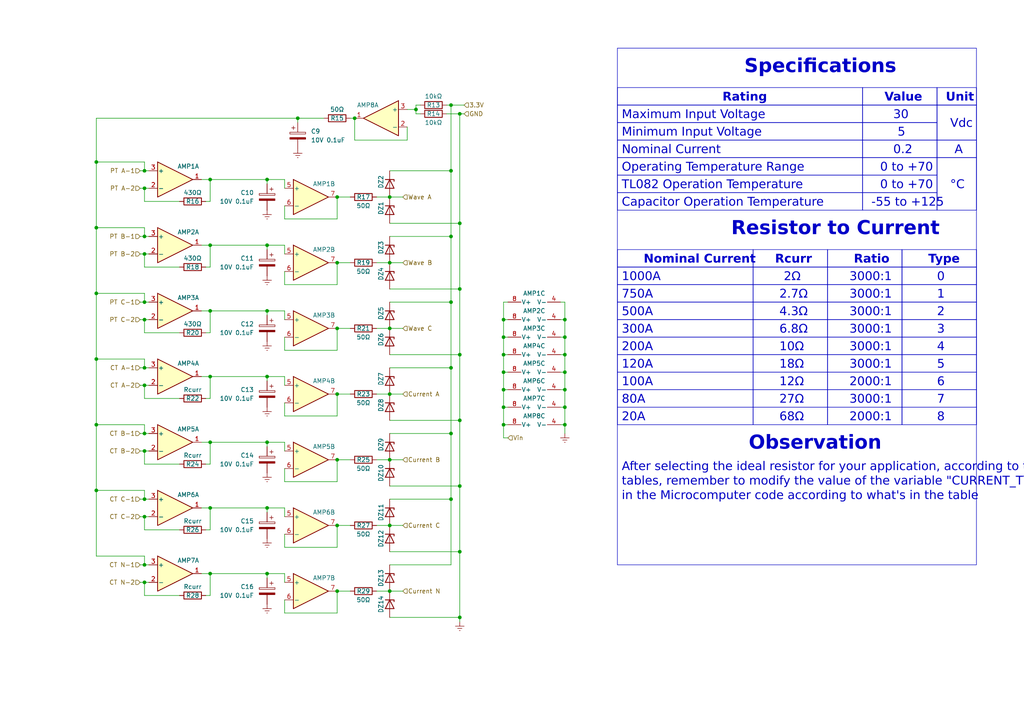
<source format=kicad_sch>
(kicad_sch (version 20230121) (generator eeschema)
  (paper "A4")
  (title_block (title "Signals Conditioning") (date "2024-09-27") (rev "1.0") (company "Lucas Rayan Guerra da Silva") (comment 1 "linkedin.com/in/lucasrguerra") (comment 2 "github.com/lucasrguerra/power_vision"))
  (lib_symbols
    (symbol "Amplifier_Operational:TL082" (pin_names (offset 0.127))
      (property "Reference" "U" (at 0 5.08 0))
      (property "Value" "TL082" (at 0 -5.08 0))
      (symbol "TL082_1_1"
        (polyline (pts (xy -5.08 5.08) (xy 5.08 0) (xy -5.08 -5.08) (xy -5.08 5.08)) (stroke (width 0.254)) (fill (type background)))
        (pin output line (at 7.62 0 180) (length 2.54) (name "~") (number "1"))
        (pin input line (at -7.62 -2.54 0) (length 2.54) (name "-") (number "2"))
        (pin input line (at -7.62 2.54 0) (length 2.54) (name "+") (number "3"))
      )
      (symbol "TL082_2_1"
        (polyline (pts (xy -5.08 5.08) (xy 5.08 0) (xy -5.08 -5.08) (xy -5.08 5.08)) (stroke (width 0.254)) (fill (type background)))
        (pin input line (at -7.62 2.54 0) (length 2.54) (name "+") (number "5"))
        (pin input line (at -7.62 -2.54 0) (length 2.54) (name "-") (number "6"))
        (pin output line (at 7.62 0 180) (length 2.54) (name "~") (number "7"))
      )
      (symbol "TL082_3_1"
        (pin power_in line (at -2.54 -7.62 90) (length 3.81) (name "V-") (number "4"))
        (pin power_in line (at -2.54 7.62 270) (length 3.81) (name "V+") (number "8"))
      )
    )
    (symbol "Device:C_Polarized" (pin_numbers hide) (pin_names (offset 0.254))
      (property "Reference" "C" (at 0.635 2.54 0))
      (property "Value" "C_Polarized" (at 0.635 -2.54 0))
      (symbol "C_Polarized_0_1"
        (rectangle (start -2.286 0.508) (end 2.286 1.016))
        (polyline (pts (xy -1.778 2.286) (xy -0.762 2.286)))
        (polyline (pts (xy -1.27 2.794) (xy -1.27 1.778)))
        (rectangle (start 2.286 -0.508) (end -2.286 -1.016) (fill (type outline)))
      )
      (symbol "C_Polarized_1_1"
        (pin passive line (at 0 3.81 270) (length 2.794) (name "~") (number "1"))
        (pin passive line (at 0 -3.81 90) (length 2.794) (name "~") (number "2"))
      )
    )
    (symbol "Device:D_Zener" (pin_numbers hide) (pin_names (offset 1.016) hide)
      (property "Reference" "D" (at 0 2.54 0))
      (property "Value" "D_Zener" (at 0 -2.54 0))
      (symbol "D_Zener_0_1"
        (polyline (pts (xy 1.27 0) (xy -1.27 0)))
        (polyline (pts (xy -1.27 -1.27) (xy -1.27 1.27) (xy -0.762 1.27)) (stroke (width 0.254)))
        (polyline (pts (xy 1.27 -1.27) (xy 1.27 1.27) (xy -1.27 0) (xy 1.27 -1.27)) (stroke (width 0.254)))
      )
      (symbol "D_Zener_1_1"
        (pin passive line (at -3.81 0 0) (length 2.54) (name "K") (number "1"))
        (pin passive line (at 3.81 0 180) (length 2.54) (name "A") (number "2"))
      )
    )
    (symbol "Device:R" (pin_numbers hide) (pin_names (offset 0))
      (property "Reference" "R" (at 2.032 0 90))
      (property "Value" "R" (at 0 0 90))
      (symbol "R_0_1"
        (rectangle (start -1.016 -2.54) (end 1.016 2.54) (stroke (width 0.254)))
      )
      (symbol "R_1_1"
        (pin passive line (at 0 3.81 270) (length 1.27) (name "~") (number "1"))
        (pin passive line (at 0 -3.81 90) (length 1.27) (name "~") (number "2"))
      )
    )
    (symbol "power:Earth" (power) (pin_names (offset 0))
      (symbol "Earth_0_1"
        (polyline (pts (xy -0.635 -1.905) (xy 0.635 -1.905)))
        (polyline (pts (xy -0.127 -2.54) (xy 0.127 -2.54)))
        (polyline (pts (xy 0 -1.27) (xy 0 0)))
        (polyline (pts (xy 1.27 -1.27) (xy -1.27 -1.27)))
      )
      (symbol "Earth_1_1"
        (pin power_in line (at 0 0 270) (length 0) hide (name "Earth") (number "1"))
      )
    )
  )
  (junction (at 77.47 71.12))
  (junction (at 130.81 144.78))
  (junction (at 130.81 68.58))
  (junction (at 27.94 123.19))
  (junction (at 60.96 128.27))
  (junction (at 77.47 147.32))
  (junction (at 41.91 92.71))
  (junction (at 163.83 123.19))
  (junction (at 41.91 125.73))
  (junction (at 41.91 68.58))
  (junction (at 130.81 125.73))
  (junction (at 41.91 130.81))
  (junction (at 113.03 133.35))
  (junction (at 146.05 102.87))
  (junction (at 97.79 133.35))
  (junction (at 163.83 107.95))
  (junction (at 146.05 97.79))
  (junction (at 133.35 160.02))
  (junction (at 27.94 46.99))
  (junction (at 41.91 149.86))
  (junction (at 60.96 90.17))
  (junction (at 77.47 166.37))
  (junction (at 41.91 87.63))
  (junction (at 133.35 102.87))
  (junction (at 133.35 64.77))
  (junction (at 113.03 76.2))
  (junction (at 133.35 33.02))
  (junction (at 133.35 121.92))
  (junction (at 41.91 106.68))
  (junction (at 77.47 52.07))
  (junction (at 146.05 92.71))
  (junction (at 41.91 168.91))
  (junction (at 97.79 152.4))
  (junction (at 60.96 71.12))
  (junction (at 146.05 123.19))
  (junction (at 27.94 142.24))
  (junction (at 163.83 97.79))
  (junction (at 113.03 171.45))
  (junction (at 60.96 52.07))
  (junction (at 130.81 49.53))
  (junction (at 146.05 113.03))
  (junction (at 97.79 114.3))
  (junction (at 130.81 87.63))
  (junction (at 97.79 171.45))
  (junction (at 130.81 30.48))
  (junction (at 41.91 49.53))
  (junction (at 163.83 102.87))
  (junction (at 120.65 31.75))
  (junction (at 41.91 144.78))
  (junction (at 113.03 114.3))
  (junction (at 77.47 90.17))
  (junction (at 77.47 128.27))
  (junction (at 113.03 152.4))
  (junction (at 27.94 66.04))
  (junction (at 133.35 140.97))
  (junction (at 163.83 118.11))
  (junction (at 133.35 83.82))
  (junction (at 146.05 118.11))
  (junction (at 27.94 104.14))
  (junction (at 146.05 107.95))
  (junction (at 163.83 113.03))
  (junction (at 60.96 109.22))
  (junction (at 27.94 85.09))
  (junction (at 86.36 34.29))
  (junction (at 113.03 57.15))
  (junction (at 41.91 163.83))
  (junction (at 97.79 95.25))
  (junction (at 41.91 73.66))
  (junction (at 97.79 76.2))
  (junction (at 133.35 179.07))
  (junction (at 163.83 92.71))
  (junction (at 41.91 54.61))
  (junction (at 102.87 34.29))
  (junction (at 130.81 106.68))
  (junction (at 77.47 109.22))
  (junction (at 97.79 57.15))
  (junction (at 60.96 166.37))
  (junction (at 113.03 95.25))
  (junction (at 60.96 147.32))
  (junction (at 41.91 111.76))
  (wire (pts (xy 52.07 172.72) (xy 41.91 172.72)))
  (wire (pts (xy 41.91 77.47) (xy 41.91 73.66)))
  (wire (pts (xy 82.55 101.6) (xy 97.79 101.6)))
  (wire (pts (xy 113.03 102.87) (xy 133.35 102.87)))
  (wire (pts (xy 60.96 166.37) (xy 77.47 166.37)))
  (wire (pts (xy 113.03 83.82) (xy 133.35 83.82)))
  (wire (pts (xy 113.03 106.68) (xy 130.81 106.68)))
  (wire (pts (xy 41.91 85.09) (xy 27.94 85.09)))
  (wire (pts (xy 113.03 133.35) (xy 109.22 133.35)))
  (wire (pts (xy 146.05 107.95) (xy 146.05 113.03)))
  (wire (pts (xy 60.96 96.52) (xy 59.69 96.52)))
  (wire (pts (xy 116.84 57.15) (xy 113.03 57.15)))
  (wire (pts (xy 120.65 30.48) (xy 120.65 31.75)))
  (wire (pts (xy 27.94 142.24) (xy 27.94 123.19)))
  (wire (pts (xy 120.65 33.02) (xy 120.65 31.75)))
  (wire (pts (xy 60.96 109.22) (xy 58.42 109.22)))
  (wire (pts (xy 147.32 97.79) (xy 146.05 97.79)))
  (wire (pts (xy 162.56 118.11) (xy 163.83 118.11)))
  (wire (pts (xy 41.91 73.66) (xy 43.18 73.66)))
  (wire (pts (xy 97.79 133.35) (xy 101.6 133.35)))
  (wire (pts (xy 113.03 87.63) (xy 130.81 87.63)))
  (wire (pts (xy 133.35 140.97) (xy 133.35 160.02)))
  (wire (pts (xy 77.47 109.22) (xy 82.55 109.22)))
  (wire (pts (xy 41.91 168.91) (xy 43.18 168.91)))
  (wire (pts (xy 97.79 57.15) (xy 97.79 63.5)))
  (wire (pts (xy 77.47 90.17) (xy 82.55 90.17)))
  (wire (pts (xy 60.96 166.37) (xy 58.42 166.37)))
  (wire (pts (xy 60.96 90.17) (xy 77.47 90.17)))
  (wire (pts (xy 60.96 52.07) (xy 77.47 52.07)))
  (wire (pts (xy 40.64 87.63) (xy 41.91 87.63)))
  (wire (pts (xy 41.91 163.83) (xy 41.91 161.29)))
  (wire (pts (xy 82.55 177.8) (xy 97.79 177.8)))
  (wire (pts (xy 77.47 147.32) (xy 82.55 147.32)))
  (wire (pts (xy 113.03 114.3) (xy 109.22 114.3)))
  (wire (pts (xy 146.05 113.03) (xy 147.32 113.03)))
  (wire (pts (xy 130.81 144.78) (xy 130.81 125.73)))
  (wire (pts (xy 41.91 49.53) (xy 41.91 46.99)))
  (wire (pts (xy 97.79 133.35) (xy 97.79 139.7)))
  (wire (pts (xy 133.35 160.02) (xy 133.35 179.07)))
  (wire (pts (xy 60.96 58.42) (xy 59.69 58.42)))
  (wire (pts (xy 113.03 144.78) (xy 130.81 144.78)))
  (wire (pts (xy 147.32 102.87) (xy 146.05 102.87)))
  (wire (pts (xy 102.87 34.29) (xy 101.6 34.29)))
  (wire (pts (xy 52.07 77.47) (xy 41.91 77.47)))
  (wire (pts (xy 60.96 109.22) (xy 60.96 115.57)))
  (wire (pts (xy 41.91 125.73) (xy 41.91 123.19)))
  (wire (pts (xy 162.56 113.03) (xy 163.83 113.03)))
  (wire (pts (xy 163.83 92.71) (xy 162.56 92.71)))
  (wire (pts (xy 113.03 64.77) (xy 133.35 64.77)))
  (wire (pts (xy 82.55 147.32) (xy 82.55 149.86)))
  (wire (pts (xy 40.64 54.61) (xy 41.91 54.61)))
  (wire (pts (xy 97.79 152.4) (xy 101.6 152.4)))
  (wire (pts (xy 77.47 147.32) (xy 77.47 148.59)))
  (wire (pts (xy 41.91 54.61) (xy 43.18 54.61)))
  (wire (pts (xy 116.84 76.2) (xy 113.03 76.2)))
  (wire (pts (xy 163.83 118.11) (xy 163.83 123.19)))
  (wire (pts (xy 27.94 123.19) (xy 27.94 104.14)))
  (wire (pts (xy 41.91 144.78) (xy 43.18 144.78)))
  (wire (pts (xy 146.05 118.11) (xy 147.32 118.11)))
  (wire (pts (xy 113.03 179.07) (xy 133.35 179.07)))
  (wire (pts (xy 41.91 134.62) (xy 41.91 130.81)))
  (wire (pts (xy 41.91 125.73) (xy 43.18 125.73)))
  (wire (pts (xy 40.64 130.81) (xy 41.91 130.81)))
  (wire (pts (xy 163.83 107.95) (xy 163.83 102.87)))
  (wire (pts (xy 41.91 144.78) (xy 41.91 142.24)))
  (wire (pts (xy 40.64 144.78) (xy 41.91 144.78)))
  (wire (pts (xy 97.79 171.45) (xy 101.6 171.45)))
  (wire (pts (xy 113.03 76.2) (xy 109.22 76.2)))
  (wire (pts (xy 60.96 71.12) (xy 58.42 71.12)))
  (wire (pts (xy 118.11 36.83) (xy 118.11 40.64)))
  (wire (pts (xy 52.07 96.52) (xy 41.91 96.52)))
  (wire (pts (xy 77.47 90.17) (xy 77.47 91.44)))
  (wire (pts (xy 163.83 107.95) (xy 163.83 113.03)))
  (wire (pts (xy 41.91 163.83) (xy 43.18 163.83)))
  (wire (pts (xy 41.91 115.57) (xy 41.91 111.76)))
  (wire (pts (xy 82.55 139.7) (xy 97.79 139.7)))
  (wire (pts (xy 40.64 168.91) (xy 41.91 168.91)))
  (wire (pts (xy 82.55 63.5) (xy 97.79 63.5)))
  (wire (pts (xy 82.55 78.74) (xy 82.55 82.55)))
  (wire (pts (xy 102.87 40.64) (xy 102.87 34.29)))
  (wire (pts (xy 41.91 142.24) (xy 27.94 142.24)))
  (wire (pts (xy 60.96 134.62) (xy 59.69 134.62)))
  (wire (pts (xy 163.83 113.03) (xy 163.83 118.11)))
  (wire (pts (xy 113.03 95.25) (xy 116.84 95.25)))
  (wire (pts (xy 60.96 52.07) (xy 58.42 52.07)))
  (wire (pts (xy 77.47 52.07) (xy 77.47 53.34)))
  (wire (pts (xy 82.55 173.99) (xy 82.55 177.8)))
  (wire (pts (xy 121.92 33.02) (xy 120.65 33.02)))
  (wire (pts (xy 82.55 109.22) (xy 82.55 111.76)))
  (wire (pts (xy 41.91 68.58) (xy 41.91 66.04)))
  (wire (pts (xy 60.96 128.27) (xy 77.47 128.27)))
  (wire (pts (xy 41.91 87.63) (xy 43.18 87.63)))
  (wire (pts (xy 77.47 166.37) (xy 77.47 167.64)))
  (wire (pts (xy 113.03 171.45) (xy 109.22 171.45)))
  (wire (pts (xy 82.55 120.65) (xy 97.79 120.65)))
  (wire (pts (xy 60.96 153.67) (xy 59.69 153.67)))
  (wire (pts (xy 52.07 134.62) (xy 41.91 134.62)))
  (wire (pts (xy 130.81 30.48) (xy 134.62 30.48)))
  (wire (pts (xy 40.64 125.73) (xy 41.91 125.73)))
  (wire (pts (xy 86.36 34.29) (xy 86.36 35.56)))
  (wire (pts (xy 130.81 30.48) (xy 129.54 30.48)))
  (wire (pts (xy 146.05 118.11) (xy 146.05 123.19)))
  (wire (pts (xy 97.79 57.15) (xy 101.6 57.15)))
  (wire (pts (xy 97.79 76.2) (xy 101.6 76.2)))
  (wire (pts (xy 41.91 106.68) (xy 41.91 104.14)))
  (wire (pts (xy 52.07 153.67) (xy 41.91 153.67)))
  (wire (pts (xy 130.81 106.68) (xy 130.81 87.63)))
  (wire (pts (xy 120.65 31.75) (xy 118.11 31.75)))
  (wire (pts (xy 40.64 106.68) (xy 41.91 106.68)))
  (wire (pts (xy 27.94 34.29) (xy 27.94 46.99)))
  (wire (pts (xy 147.32 107.95) (xy 146.05 107.95)))
  (wire (pts (xy 27.94 46.99) (xy 27.94 66.04)))
  (wire (pts (xy 82.55 59.69) (xy 82.55 63.5)))
  (wire (pts (xy 41.91 104.14) (xy 27.94 104.14)))
  (wire (pts (xy 163.83 97.79) (xy 162.56 97.79)))
  (wire (pts (xy 133.35 33.02) (xy 133.35 64.77)))
  (wire (pts (xy 40.64 49.53) (xy 41.91 49.53)))
  (wire (pts (xy 60.96 128.27) (xy 58.42 128.27)))
  (wire (pts (xy 41.91 96.52) (xy 41.91 92.71)))
  (wire (pts (xy 77.47 128.27) (xy 77.47 129.54)))
  (wire (pts (xy 97.79 114.3) (xy 101.6 114.3)))
  (wire (pts (xy 133.35 102.87) (xy 133.35 121.92)))
  (wire (pts (xy 27.94 85.09) (xy 27.94 104.14)))
  (wire (pts (xy 41.91 49.53) (xy 43.18 49.53)))
  (wire (pts (xy 86.36 34.29) (xy 27.94 34.29)))
  (wire (pts (xy 162.56 123.19) (xy 163.83 123.19)))
  (wire (pts (xy 60.96 147.32) (xy 58.42 147.32)))
  (wire (pts (xy 113.03 68.58) (xy 130.81 68.58)))
  (wire (pts (xy 113.03 133.35) (xy 116.84 133.35)))
  (wire (pts (xy 41.91 106.68) (xy 43.18 106.68)))
  (wire (pts (xy 82.55 128.27) (xy 82.55 130.81)))
  (wire (pts (xy 130.81 163.83) (xy 130.81 144.78)))
  (wire (pts (xy 97.79 152.4) (xy 97.79 158.75)))
  (wire (pts (xy 60.96 90.17) (xy 60.96 96.52)))
  (wire (pts (xy 82.55 90.17) (xy 82.55 92.71)))
  (wire (pts (xy 113.03 140.97) (xy 133.35 140.97)))
  (wire (pts (xy 146.05 92.71) (xy 146.05 97.79)))
  (wire (pts (xy 133.35 121.92) (xy 133.35 140.97)))
  (wire (pts (xy 41.91 149.86) (xy 43.18 149.86)))
  (wire (pts (xy 60.96 128.27) (xy 60.96 134.62)))
  (wire (pts (xy 146.05 123.19) (xy 147.32 123.19)))
  (wire (pts (xy 60.96 71.12) (xy 77.47 71.12)))
  (wire (pts (xy 97.79 76.2) (xy 97.79 82.55)))
  (wire (pts (xy 82.55 158.75) (xy 97.79 158.75)))
  (wire (pts (xy 82.55 116.84) (xy 82.55 120.65)))
  (wire (pts (xy 113.03 57.15) (xy 109.22 57.15)))
  (wire (pts (xy 163.83 92.71) (xy 163.83 97.79)))
  (wire (pts (xy 113.03 125.73) (xy 130.81 125.73)))
  (wire (pts (xy 77.47 109.22) (xy 77.47 110.49)))
  (wire (pts (xy 41.91 68.58) (xy 43.18 68.58)))
  (wire (pts (xy 163.83 102.87) (xy 162.56 102.87)))
  (wire (pts (xy 41.91 130.81) (xy 43.18 130.81)))
  (wire (pts (xy 77.47 52.07) (xy 82.55 52.07)))
  (wire (pts (xy 97.79 95.25) (xy 97.79 101.6)))
  (wire (pts (xy 118.11 40.64) (xy 102.87 40.64)))
  (wire (pts (xy 116.84 114.3) (xy 113.03 114.3)))
  (wire (pts (xy 60.96 115.57) (xy 59.69 115.57)))
  (wire (pts (xy 146.05 102.87) (xy 146.05 107.95)))
  (wire (pts (xy 113.03 160.02) (xy 133.35 160.02)))
  (wire (pts (xy 41.91 66.04) (xy 27.94 66.04)))
  (wire (pts (xy 41.91 87.63) (xy 41.91 85.09)))
  (wire (pts (xy 41.91 153.67) (xy 41.91 149.86)))
  (wire (pts (xy 60.96 90.17) (xy 58.42 90.17)))
  (wire (pts (xy 113.03 121.92) (xy 133.35 121.92)))
  (wire (pts (xy 133.35 179.07) (xy 133.35 180.34)))
  (wire (pts (xy 40.64 149.86) (xy 41.91 149.86)))
  (wire (pts (xy 82.55 166.37) (xy 82.55 168.91)))
  (wire (pts (xy 129.54 33.02) (xy 133.35 33.02)))
  (wire (pts (xy 27.94 161.29) (xy 27.94 142.24)))
  (wire (pts (xy 146.05 97.79) (xy 146.05 102.87)))
  (wire (pts (xy 163.83 87.63) (xy 162.56 87.63)))
  (wire (pts (xy 60.96 147.32) (xy 60.96 153.67)))
  (wire (pts (xy 40.64 163.83) (xy 41.91 163.83)))
  (wire (pts (xy 41.91 161.29) (xy 27.94 161.29)))
  (wire (pts (xy 52.07 58.42) (xy 41.91 58.42)))
  (wire (pts (xy 146.05 87.63) (xy 146.05 92.71)))
  (wire (pts (xy 116.84 171.45) (xy 113.03 171.45)))
  (wire (pts (xy 40.64 73.66) (xy 41.91 73.66)))
  (wire (pts (xy 60.96 77.47) (xy 59.69 77.47)))
  (wire (pts (xy 60.96 147.32) (xy 77.47 147.32)))
  (wire (pts (xy 133.35 64.77) (xy 133.35 83.82)))
  (wire (pts (xy 113.03 152.4) (xy 109.22 152.4)))
  (wire (pts (xy 40.64 92.71) (xy 41.91 92.71)))
  (wire (pts (xy 113.03 163.83) (xy 130.81 163.83)))
  (wire (pts (xy 40.64 68.58) (xy 41.91 68.58)))
  (wire (pts (xy 163.83 87.63) (xy 163.83 92.71)))
  (wire (pts (xy 60.96 172.72) (xy 59.69 172.72)))
  (wire (pts (xy 146.05 127) (xy 146.05 123.19)))
  (wire (pts (xy 82.55 82.55) (xy 97.79 82.55)))
  (wire (pts (xy 163.83 97.79) (xy 163.83 102.87)))
  (wire (pts (xy 77.47 71.12) (xy 82.55 71.12)))
  (wire (pts (xy 60.96 71.12) (xy 60.96 77.47)))
  (wire (pts (xy 93.98 34.29) (xy 86.36 34.29)))
  (wire (pts (xy 134.62 33.02) (xy 133.35 33.02)))
  (wire (pts (xy 41.91 92.71) (xy 43.18 92.71)))
  (wire (pts (xy 77.47 71.12) (xy 77.47 72.39)))
  (wire (pts (xy 41.91 172.72) (xy 41.91 168.91)))
  (wire (pts (xy 41.91 111.76) (xy 43.18 111.76)))
  (wire (pts (xy 41.91 123.19) (xy 27.94 123.19)))
  (wire (pts (xy 121.92 30.48) (xy 120.65 30.48)))
  (wire (pts (xy 82.55 71.12) (xy 82.55 73.66)))
  (wire (pts (xy 77.47 166.37) (xy 82.55 166.37)))
  (wire (pts (xy 52.07 115.57) (xy 41.91 115.57)))
  (wire (pts (xy 147.32 87.63) (xy 146.05 87.63)))
  (wire (pts (xy 41.91 58.42) (xy 41.91 54.61)))
  (wire (pts (xy 60.96 109.22) (xy 77.47 109.22)))
  (wire (pts (xy 130.81 68.58) (xy 130.81 49.53)))
  (wire (pts (xy 147.32 92.71) (xy 146.05 92.71)))
  (wire (pts (xy 82.55 97.79) (xy 82.55 101.6)))
  (wire (pts (xy 109.22 95.25) (xy 113.03 95.25)))
  (wire (pts (xy 82.55 135.89) (xy 82.55 139.7)))
  (wire (pts (xy 97.79 114.3) (xy 97.79 120.65)))
  (wire (pts (xy 60.96 166.37) (xy 60.96 172.72)))
  (wire (pts (xy 130.81 30.48) (xy 130.81 49.53)))
  (wire (pts (xy 147.32 127) (xy 146.05 127)))
  (wire (pts (xy 97.79 95.25) (xy 101.6 95.25)))
  (wire (pts (xy 130.81 49.53) (xy 113.03 49.53)))
  (wire (pts (xy 60.96 52.07) (xy 60.96 58.42)))
  (wire (pts (xy 163.83 123.19) (xy 163.83 125.73)))
  (wire (pts (xy 113.03 152.4) (xy 116.84 152.4)))
  (wire (pts (xy 130.81 87.63) (xy 130.81 68.58)))
  (wire (pts (xy 27.94 85.09) (xy 27.94 66.04)))
  (wire (pts (xy 27.94 46.99) (xy 41.91 46.99)))
  (wire (pts (xy 146.05 113.03) (xy 146.05 118.11)))
  (wire (pts (xy 40.64 111.76) (xy 41.91 111.76)))
  (wire (pts (xy 82.55 52.07) (xy 82.55 54.61)))
  (wire (pts (xy 130.81 125.73) (xy 130.81 106.68)))
  (wire (pts (xy 162.56 107.95) (xy 163.83 107.95)))
  (wire (pts (xy 133.35 83.82) (xy 133.35 102.87)))
  (wire (pts (xy 97.79 171.45) (xy 97.79 177.8)))
  (wire (pts (xy 77.47 128.27) (xy 82.55 128.27)))
  (wire (pts (xy 82.55 154.94) (xy 82.55 158.75)))
  (rectangle (start 179.07 77.47) (end 218.44 82.55))
  (rectangle (start 240.03 87.63) (end 261.62 92.71))
  (rectangle (start 240.03 102.87) (end 261.62 107.95))
  (rectangle (start 179.07 97.79) (end 218.44 102.87))
  (rectangle (start 218.44 107.95) (end 240.03 113.03))
  (rectangle (start 179.07 13.97) (end 283.21 163.83))
  (rectangle (start 240.03 72.39) (end 261.62 77.47))
  (rectangle (start 261.62 82.55) (end 283.21 87.63))
  (rectangle (start 179.07 107.95) (end 218.44 113.03))
  (rectangle (start 261.62 97.79) (end 283.21 102.87))
  (rectangle (start 250.19 40.64) (end 271.78 45.72))
  (rectangle (start 250.19 35.56) (end 271.78 40.64))
  (rectangle (start 250.19 55.88) (end 271.78 60.96))
  (rectangle (start 271.78 40.64) (end 283.21 45.72))
  (rectangle (start 240.03 77.47) (end 261.62 82.55))
  (rectangle (start 250.19 30.48) (end 271.78 35.56))
  (rectangle (start 218.44 72.39) (end 240.03 77.47))
  (rectangle (start 261.62 107.95) (end 283.21 113.03))
  (rectangle (start 179.07 113.03) (end 218.44 118.11))
  (rectangle (start 271.78 45.72) (end 283.21 60.96))
  (rectangle (start 240.03 118.11) (end 261.62 123.19))
  (rectangle (start 261.62 102.87) (end 283.21 107.95))
  (rectangle (start 218.44 92.71) (end 240.03 97.79))
  (rectangle (start 218.44 82.55) (end 240.03 87.63))
  (rectangle (start 261.62 87.63) (end 283.21 92.71))
  (rectangle (start 179.07 87.63) (end 218.44 92.71))
  (rectangle (start 218.44 113.03) (end 240.03 118.11))
  (rectangle (start 250.19 25.4) (end 271.78 30.48))
  (rectangle (start 179.07 25.4) (end 250.19 30.48))
  (rectangle (start 218.44 77.47) (end 240.03 82.55))
  (rectangle (start 179.07 92.71) (end 218.44 97.79))
  (rectangle (start 250.19 45.72) (end 271.78 50.8))
  (rectangle (start 179.07 35.56) (end 250.19 40.64))
  (rectangle (start 261.62 113.03) (end 283.21 118.11))
  (rectangle (start 218.44 97.79) (end 240.03 102.87))
  (rectangle (start 240.03 97.79) (end 261.62 102.87))
  (rectangle (start 179.07 82.55) (end 218.44 87.63))
  (rectangle (start 179.07 102.87) (end 218.44 107.95))
  (rectangle (start 271.78 30.48) (end 283.21 40.64))
  (rectangle (start 261.62 77.47) (end 283.21 82.55))
  (rectangle (start 261.62 92.71) (end 283.21 97.79))
  (rectangle (start 240.03 113.03) (end 261.62 118.11))
  (rectangle (start 250.19 50.8) (end 271.78 55.88))
  (rectangle (start 240.03 82.55) (end 261.62 87.63))
  (rectangle (start 179.07 55.88) (end 250.19 60.96))
  (rectangle (start 179.07 40.64) (end 250.19 45.72))
  (rectangle (start 179.07 118.11) (end 218.44 123.19))
  (rectangle (start 179.07 45.72) (end 250.19 50.8))
  (rectangle (start 218.44 87.63) (end 240.03 92.71))
  (rectangle (start 261.62 72.39) (end 283.21 77.47))
  (rectangle (start 179.07 30.48) (end 250.19 35.56))
  (rectangle (start 179.07 72.39) (end 218.44 77.47))
  (rectangle (start 179.07 50.8) (end 250.19 55.88))
  (rectangle (start 240.03 107.95) (end 261.62 113.03))
  (rectangle (start 271.78 25.4) (end 283.21 30.48))
  (rectangle (start 240.03 92.71) (end 261.62 97.79))
  (rectangle (start 218.44 102.87) (end 240.03 107.95))
  (rectangle (start 218.44 118.11) (end 240.03 123.19))
  (rectangle (start 261.62 118.11) (end 283.21 123.19))
  (text "10Ω" (at 226.06 102.87 0) (effects (font (size 2.5 2.5)) (justify left bottom)))
  (text "2.7Ω" (at 226.06 87.63 0) (effects (font (size 2.5 2.5)) (justify left bottom)))
  (text "Observation" (at 217.17 132.08 0) (effects (font (size 4 4) (thickness 0.254) bold) (justify left bottom)))
  (text "3000:1" (at 246.38 118.11 0) (effects (font (size 2.5 2.5)) (justify left bottom)))
  (text "300A" (at 180.34 97.79 0) (effects (font (size 2.5 2.5)) (justify left bottom)))
  (text "After selecting the ideal resistor for your application, according to the\ntables, remember to modify the value of the variable \"CURRENT_TYPE\"\nin the Microcomputer code according to what's in the table" (at 180.34 146.05 0) (effects (font (size 2.5 2.5)) (justify left bottom)))
  (text "6.8Ω" (at 226.06 97.79 0) (effects (font (size 2.5 2.5)) (justify left bottom)))
  (text "0.2" (at 259.08 45.72 0) (effects (font (size 2.5 2.5)) (justify left bottom)))
  (text "3000:1" (at 246.38 97.79 0) (effects (font (size 2.5 2.5)) (justify left bottom)))
  (text "3000:1" (at 246.38 107.95 0) (effects (font (size 2.5 2.5)) (justify left bottom)))
  (text "Vdc" (at 275.59 38.1 0) (effects (font (size 2.5 2.5)) (justify left bottom)))
  (text "Resistor to Current" (at 212.09 69.85 0) (effects (font (size 4 4) (thickness 0.254) bold) (justify left bottom)))
  (text "100A" (at 180.34 113.03 0) (effects (font (size 2.5 2.5)) (justify left bottom)))
  (text "3000:1" (at 246.38 92.71 0) (effects (font (size 2.5 2.5)) (justify left bottom)))
  (text "5" (at 260.35 40.64 0) (effects (font (size 2.5 2.5)) (justify left bottom)))
  (text "Unit" (at 274.32 30.48 0) (effects (font (size 2.5 2.5) (thickness 0.6) bold) (justify left bottom)))
  (text "Rcurr" (at 224.79 77.47 0) (effects (font (size 2.5 2.5) (thickness 0.6) bold) (justify left bottom)))
  (text "200A" (at 180.34 102.87 0) (effects (font (size 2.5 2.5)) (justify left bottom)))
  (text "Type" (at 269.24 77.47 0) (effects (font (size 2.5 2.5) (thickness 0.6) bold) (justify left bottom)))
  (text "Rating" (at 209.55 30.48 0) (effects (font (size 2.5 2.5) (thickness 0.6) bold) (justify left bottom)))
  (text "500A" (at 180.34 92.71 0) (effects (font (size 2.5 2.5)) (justify left bottom)))
  (text "4.3Ω" (at 226.06 92.71 0) (effects (font (size 2.5 2.5)) (justify left bottom)))
  (text "Specifications" (at 215.9 22.86 0) (effects (font (size 4 4) (thickness 0.254) bold) (justify left bottom)))
  (text "120A" (at 180.34 107.95 0) (effects (font (size 2.5 2.5)) (justify left bottom)))
  (text "Maximum Input Voltage" (at 180.34 35.56 0) (effects (font (size 2.5 2.5)) (justify left bottom)))
  (text "1" (at 271.78 87.63 0) (effects (font (size 2.5 2.5)) (justify left bottom)))
  (text "5" (at 271.78 107.95 0) (effects (font (size 2.5 2.5)) (justify left bottom)))
  (text "30" (at 259.08 35.56 0) (effects (font (size 2.5 2.5)) (justify left bottom)))
  (text "8" (at 271.78 123.19 0) (effects (font (size 2.5 2.5)) (justify left bottom)))
  (text "18Ω" (at 226.06 107.95 0) (effects (font (size 2.5 2.5)) (justify left bottom)))
  (text "3000:1" (at 246.38 87.63 0) (effects (font (size 2.5 2.5)) (justify left bottom)))
  (text "Nominal Current" (at 186.69 77.47 0) (effects (font (size 2.5 2.5) (thickness 0.6) bold) (justify left bottom)))
  (text "27Ω" (at 226.06 118.11 0) (effects (font (size 2.5 2.5)) (justify left bottom)))
  (text "TL082 Operation Temperature" (at 180.34 55.88 0) (effects (font (size 2.5 2.5)) (justify left bottom)))
  (text "Capacitor Operation Temperature" (at 180.34 60.96 0) (effects (font (size 2.5 2.5)) (justify left bottom)))
  (text "6" (at 271.78 113.03 0) (effects (font (size 2.5 2.5)) (justify left bottom)))
  (text "Nominal Current" (at 180.34 45.72 0) (effects (font (size 2.5 2.5)) (justify left bottom)))
  (text "2000:1" (at 246.38 123.19 0) (effects (font (size 2.5 2.5)) (justify left bottom)))
  (text "2Ω" (at 227.33 82.55 0) (effects (font (size 2.5 2.5)) (justify left bottom)))
  (text "7" (at 271.78 118.11 0) (effects (font (size 2.5 2.5)) (justify left bottom)))
  (text "-55 to +125" (at 252.73 60.96 0) (effects (font (size 2.5 2.5)) (justify left bottom)))
  (text "2" (at 271.78 92.71 0) (effects (font (size 2.5 2.5)) (justify left bottom)))
  (text "4" (at 271.78 102.87 0) (effects (font (size 2.5 2.5)) (justify left bottom)))
  (text "Operating Temperature Range" (at 180.34 50.8 0) (effects (font (size 2.5 2.5)) (justify left bottom)))
  (text "Value" (at 256.54 30.48 0) (effects (font (size 2.5 2.5) (thickness 0.6) bold) (justify left bottom)))
  (text "12Ω" (at 226.06 113.03 0) (effects (font (size 2.5 2.5)) (justify left bottom)))
  (text "3" (at 271.78 97.79 0) (effects (font (size 2.5 2.5)) (justify left bottom)))
  (text "0 to +70" (at 255.27 50.8 0) (effects (font (size 2.5 2.5)) (justify left bottom)))
  (text "Ratio" (at 247.65 77.47 0) (effects (font (size 2.5 2.5) (thickness 0.6) bold) (justify left bottom)))
  (text "80A" (at 180.34 118.11 0) (effects (font (size 2.5 2.5)) (justify left bottom)))
  (text "A\n" (at 276.86 45.72 0) (effects (font (size 2.5 2.5)) (justify left bottom)))
  (text "°C" (at 275.59 55.88 0) (effects (font (size 2.5 2.5)) (justify left bottom)))
  (text "1000A" (at 180.34 82.55 0) (effects (font (size 2.5 2.5)) (justify left bottom)))
  (text "68Ω" (at 226.06 123.19 0) (effects (font (size 2.5 2.5)) (justify left bottom)))
  (text "750A" (at 180.34 87.63 0) (effects (font (size 2.5 2.5)) (justify left bottom)))
  (text "3000:1" (at 246.38 82.55 0) (effects (font (size 2.5 2.5)) (justify left bottom)))
  (text "0 to +70" (at 255.27 55.88 0) (effects (font (size 2.5 2.5)) (justify left bottom)))
  (text "0" (at 271.78 82.55 0) (effects (font (size 2.5 2.5)) (justify left bottom)))
  (text "3000:1" (at 246.38 102.87 0) (effects (font (size 2.5 2.5)) (justify left bottom)))
  (text "20A" (at 180.34 123.19 0) (effects (font (size 2.5 2.5)) (justify left bottom)))
  (text "Minimum Input Voltage" (at 180.34 40.64 0) (effects (font (size 2.5 2.5)) (justify left bottom)))
  (text "2000:1" (at 246.38 113.03 0) (effects (font (size 2.5 2.5)) (justify left bottom)))
  (hierarchical_label "PT C-1" (shape input) (at 40.64 87.63 180))
  (hierarchical_label "GND" (shape input) (at 134.62 33.02 0))
  (hierarchical_label "CT N-2" (shape input) (at 40.64 168.91 180))
  (hierarchical_label "Wave C" (shape input) (at 116.84 95.25 0))
  (hierarchical_label "Wave A" (shape input) (at 116.84 57.15 0))
  (hierarchical_label "Wave B" (shape input) (at 116.84 76.2 0))
  (hierarchical_label "Current C" (shape input) (at 116.84 152.4 0))
  (hierarchical_label "PT B-1" (shape input) (at 40.64 68.58 180))
  (hierarchical_label "CT A-1" (shape input) (at 40.64 106.68 180))
  (hierarchical_label "PT A-2" (shape input) (at 40.64 54.61 180))
  (hierarchical_label "Current B" (shape input) (at 116.84 133.35 0))
  (hierarchical_label "PT B-2" (shape input) (at 40.64 73.66 180))
  (hierarchical_label "CT C-2" (shape input) (at 40.64 149.86 180))
  (hierarchical_label "CT B-2" (shape input) (at 40.64 130.81 180))
  (hierarchical_label "PT C-2" (shape input) (at 40.64 92.71 180))
  (hierarchical_label "CT N-1" (shape input) (at 40.64 163.83 180))
  (hierarchical_label "Vin" (shape input) (at 147.32 127 0))
  (hierarchical_label "Current A" (shape input) (at 116.84 114.3 0))
  (hierarchical_label "CT A-2" (shape input) (at 40.64 111.76 180))
  (hierarchical_label "CT C-1" (shape input) (at 40.64 144.78 180))
  (hierarchical_label "CT B-1" (shape input) (at 40.64 125.73 180))
  (hierarchical_label "PT A-1" (shape input) (at 40.64 49.53 180))
  (hierarchical_label "3.3V" (shape input) (at 134.62 30.48 0))
  (hierarchical_label "Current N" (shape input) (at 116.84 171.45 0))
  (symbol (lib_id "Device:D_Zener") (at 113.03 129.54 270) (unit 1)
    (property "Reference" "DZ9" (at 110.49 127 0) (effects (justify left)))
    (property "Value" "3.3V" (effects hide))
    (property "Footprint" "Diode_SMD:D_MELF" (effects hide))
    (property "Datasheet" "https://pdf1.alldatasheet.com/datasheet-pdf/view/151094/EIC/ZM4728.html" (effects hide))
  )
  (symbol (lib_id "Device:R") (at 125.73 30.48 270) (mirror x) (unit 1)
    (property "Reference" "R13" (at 125.73 30.48 90))
    (property "Value" "10kΩ" (at 125.73 27.94 90))
    (property "Footprint" "Resistor_SMD:R_1206_3216Metric" (effects hide))
  )
  (symbol (lib_id "Device:R") (at 105.41 171.45 90) (unit 1)
    (property "Reference" "R29" (at 105.41 171.45 90))
    (property "Value" "50Ω" (at 105.41 173.99 90))
    (property "Footprint" "Resistor_SMD:R_1210_3225Metric" (effects hide))
  )
  (symbol (lib_id "Amplifier_Operational:TL082") (at 110.49 34.29 0) (mirror y) (unit 1)
    (property "Reference" "AMP8" (at 106.68 30.48 0))
    (property "Value" "TL082" (effects hide))
    (property "Footprint" "Package_SO:SO-8_3.9x4.9mm_P1.27mm" (effects hide))
    (property "Datasheet" "http://www.ti.com/lit/ds/symlink/tl081.pdf" (effects hide))
  )
  (symbol (lib_id "power:Earth") (at 77.47 118.11 0) (unit 1)
    (property "Reference" "#PWR023" (effects hide))
    (property "Value" "Earth" (effects hide))
  )
  (symbol (lib_id "Amplifier_Operational:TL082") (at 50.8 52.07 0) (unit 1)
    (property "Reference" "AMP1" (at 54.61 48.26 0))
    (property "Value" "TL082" (effects hide))
    (property "Footprint" "Package_SO:SO-8_3.9x4.9mm_P1.27mm" (effects hide))
    (property "Datasheet" "http://www.ti.com/lit/ds/symlink/tl081.pdf" (effects hide))
  )
  (symbol (lib_id "Amplifier_Operational:TL082") (at 90.17 76.2 0) (unit 2)
    (property "Reference" "AMP2" (at 93.98 72.39 0))
    (property "Value" "TL082" (effects hide))
    (property "Footprint" "Package_SO:SO-8_3.9x4.9mm_P1.27mm" (effects hide))
    (property "Datasheet" "http://www.ti.com/lit/ds/symlink/tl081.pdf" (effects hide))
  )
  (symbol (lib_id "Device:R") (at 105.41 57.15 90) (unit 1)
    (property "Reference" "R17" (at 105.41 57.15 90))
    (property "Value" "50Ω" (at 105.41 59.69 90))
    (property "Footprint" "Resistor_SMD:R_1206_3216Metric" (effects hide))
  )
  (symbol (lib_id "Device:R") (at 97.79 34.29 90) (mirror x) (unit 1)
    (property "Reference" "R15" (at 97.79 34.29 90))
    (property "Value" "50Ω" (at 97.79 31.75 90))
    (property "Footprint" "Resistor_SMD:R_1206_3216Metric" (effects hide))
  )
  (symbol (lib_id "power:Earth") (at 163.83 125.73 0) (mirror y) (unit 1)
    (property "Reference" "#PWR07" (effects hide))
    (property "Value" "Earth" (effects hide))
  )
  (symbol (lib_id "Device:D_Zener") (at 113.03 137.16 270) (unit 1)
    (property "Reference" "DZ10" (at 110.49 134.62 0) (effects (justify left)))
    (property "Value" "3.3V" (effects hide))
    (property "Footprint" "Diode_SMD:D_MELF" (effects hide))
    (property "Datasheet" "https://pdf1.alldatasheet.com/datasheet-pdf/view/151094/EIC/ZM4728.html" (effects hide))
  )
  (symbol (lib_id "power:Earth") (at 86.36 43.18 0) (mirror y) (unit 1)
    (property "Reference" "#PWR06" (effects hide))
    (property "Value" "Earth" (effects hide))
  )
  (symbol (lib_id "Device:R") (at 105.41 114.3 90) (unit 1)
    (property "Reference" "R23" (at 105.41 114.3 90))
    (property "Value" "50Ω" (at 105.41 116.84 90))
    (property "Footprint" "Resistor_SMD:R_1206_3216Metric" (effects hide))
  )
  (symbol (lib_id "Device:D_Zener") (at 113.03 148.59 270) (unit 1)
    (property "Reference" "DZ11" (at 110.49 146.05 0) (effects (justify left)))
    (property "Value" "3.3V" (effects hide))
    (property "Footprint" "Diode_SMD:D_MELF" (effects hide))
    (property "Datasheet" "https://pdf1.alldatasheet.com/datasheet-pdf/view/151094/EIC/ZM4728.html" (effects hide))
  )
  (symbol (lib_id "Amplifier_Operational:TL082") (at 154.94 105.41 90) (mirror x) (unit 3)
    (property "Reference" "AMP4" (at 154.94 100.33 90))
    (property "Value" "TL082" (effects hide))
    (property "Footprint" "Package_SO:SO-8_3.9x4.9mm_P1.27mm" (effects hide))
    (property "Datasheet" "http://www.ti.com/lit/ds/symlink/tl081.pdf" (effects hide))
  )
  (symbol (lib_id "Device:D_Zener") (at 113.03 118.11 270) (unit 1)
    (property "Reference" "DZ8" (at 110.49 115.57 0) (effects (justify left)))
    (property "Value" "3.3V" (effects hide))
    (property "Footprint" "Diode_SMD:D_MELF" (effects hide))
    (property "Datasheet" "https://pdf1.alldatasheet.com/datasheet-pdf/view/151094/EIC/ZM4728.html" (effects hide))
  )
  (symbol (lib_id "Device:D_Zener") (at 113.03 72.39 270) (unit 1)
    (property "Reference" "DZ3" (at 110.49 69.85 0) (effects (justify left)))
    (property "Value" "3.3V" (effects hide))
    (property "Footprint" "Diode_SMD:D_MELF" (effects hide))
    (property "Datasheet" "https://pdf1.alldatasheet.com/datasheet-pdf/view/151094/EIC/ZM4728.html" (effects hide))
  )
  (symbol (lib_id "Device:R") (at 55.88 115.57 270) (unit 1)
    (property "Reference" "R22" (at 55.88 115.57 90))
    (property "Value" "Rcurr" (at 55.88 113.03 90))
    (property "Footprint" "Resistor_SMD:R_1206_3216Metric" (effects hide))
  )
  (symbol (lib_id "Amplifier_Operational:TL082") (at 50.8 90.17 0) (unit 1)
    (property "Reference" "AMP3" (at 54.61 86.36 0))
    (property "Value" "TL082" (effects hide))
    (property "Footprint" "Package_SO:SO-8_3.9x4.9mm_P1.27mm" (effects hide))
    (property "Datasheet" "http://www.ti.com/lit/ds/symlink/tl081.pdf" (effects hide))
  )
  (symbol (lib_id "Device:D_Zener") (at 113.03 156.21 270) (unit 1)
    (property "Reference" "DZ12" (at 110.49 153.67 0) (effects (justify left)))
    (property "Value" "3.3V" (effects hide))
    (property "Footprint" "Diode_SMD:D_MELF" (effects hide))
    (property "Datasheet" "https://pdf1.alldatasheet.com/datasheet-pdf/view/151094/EIC/ZM4728.html" (effects hide))
  )
  (symbol (lib_id "Device:D_Zener") (at 113.03 175.26 270) (unit 1)
    (property "Reference" "DZ14" (at 110.49 172.72 0) (effects (justify left)))
    (property "Value" "3.3V" (effects hide))
    (property "Footprint" "Diode_SMD:D_MELF" (effects hide))
    (property "Datasheet" "https://pdf1.alldatasheet.com/datasheet-pdf/view/151094/EIC/ZM4728.html" (effects hide))
  )
  (symbol (lib_id "Device:D_Zener") (at 113.03 53.34 270) (unit 1)
    (property "Reference" "DZ2" (at 110.49 50.8 0) (effects (justify left)))
    (property "Value" "3.3V" (effects hide))
    (property "Footprint" "Diode_SMD:D_MELF" (effects hide))
    (property "Datasheet" "https://pdf1.alldatasheet.com/datasheet-pdf/view/151094/EIC/ZM4728.html" (effects hide))
  )
  (symbol (lib_id "Amplifier_Operational:TL082") (at 50.8 147.32 0) (unit 1)
    (property "Reference" "AMP6" (at 54.61 143.51 0))
    (property "Value" "TL082" (effects hide))
    (property "Footprint" "Package_SO:SO-8_3.9x4.9mm_P1.27mm" (effects hide))
    (property "Datasheet" "http://www.ti.com/lit/ds/symlink/tl081.pdf" (effects hide))
  )
  (symbol (lib_id "power:Earth") (at 77.47 137.16 0) (unit 1)
    (property "Reference" "#PWR024" (effects hide))
    (property "Value" "Earth" (effects hide))
  )
  (symbol (lib_id "Amplifier_Operational:TL082") (at 90.17 171.45 0) (unit 2)
    (property "Reference" "AMP7" (at 93.98 167.64 0))
    (property "Value" "TL082" (effects hide))
    (property "Footprint" "Package_SO:SO-8_3.9x4.9mm_P1.27mm" (effects hide))
    (property "Datasheet" "http://www.ti.com/lit/ds/symlink/tl081.pdf" (effects hide))
  )
  (symbol (lib_id "Amplifier_Operational:TL082") (at 154.94 115.57 90) (mirror x) (unit 3)
    (property "Reference" "AMP6" (at 154.94 110.49 90))
    (property "Value" "TL082" (effects hide))
    (property "Footprint" "Package_SO:SO-8_3.9x4.9mm_P1.27mm" (effects hide))
    (property "Datasheet" "http://www.ti.com/lit/ds/symlink/tl081.pdf" (effects hide))
  )
  (symbol (lib_id "Device:C_Polarized") (at 77.47 171.45 0) (mirror y) (unit 1)
    (property "Reference" "C16" (at 73.66 170.18 0) (effects (justify left)))
    (property "Value" "10V 0.1uF" (at 73.66 172.72 0) (effects (justify left)))
    (property "Footprint" "Capacitor_SMD:C_0603_1608Metric" (effects hide))
  )
  (symbol (lib_id "Device:C_Polarized") (at 77.47 114.3 0) (mirror y) (unit 1)
    (property "Reference" "C13" (at 73.66 113.03 0) (effects (justify left)))
    (property "Value" "10V 0.1uF" (at 73.66 115.57 0) (effects (justify left)))
    (property "Footprint" "Capacitor_SMD:C_0603_1608Metric" (effects hide))
  )
  (symbol (lib_id "Amplifier_Operational:TL082") (at 90.17 133.35 0) (unit 2)
    (property "Reference" "AMP5" (at 93.98 129.54 0))
    (property "Value" "TL082" (effects hide))
    (property "Footprint" "Package_SO:SO-8_3.9x4.9mm_P1.27mm" (effects hide))
    (property "Datasheet" "http://www.ti.com/lit/ds/symlink/tl081.pdf" (effects hide))
  )
  (symbol (lib_id "Device:D_Zener") (at 113.03 167.64 270) (unit 1)
    (property "Reference" "DZ13" (at 110.49 165.1 0) (effects (justify left)))
    (property "Value" "3.3V" (effects hide))
    (property "Footprint" "Diode_SMD:D_MELF" (effects hide))
    (property "Datasheet" "https://pdf1.alldatasheet.com/datasheet-pdf/view/151094/EIC/ZM4728.html" (effects hide))
  )
  (symbol (lib_id "Amplifier_Operational:TL082") (at 90.17 95.25 0) (unit 2)
    (property "Reference" "AMP3" (at 93.98 91.44 0))
    (property "Value" "TL082" (effects hide))
    (property "Footprint" "Package_SO:SO-8_3.9x4.9mm_P1.27mm" (effects hide))
    (property "Datasheet" "http://www.ti.com/lit/ds/symlink/tl081.pdf" (effects hide))
  )
  (symbol (lib_id "power:Earth") (at 77.47 156.21 0) (unit 1)
    (property "Reference" "#PWR025" (effects hide))
    (property "Value" "Earth" (effects hide))
  )
  (symbol (lib_id "Amplifier_Operational:TL082") (at 154.94 90.17 90) (mirror x) (unit 3)
    (property "Reference" "AMP1" (at 154.94 85.09 90))
    (property "Value" "TL082" (effects hide))
    (property "Footprint" "Package_SO:SO-8_3.9x4.9mm_P1.27mm" (effects hide))
    (property "Datasheet" "http://www.ti.com/lit/ds/symlink/tl081.pdf" (effects hide))
  )
  (symbol (lib_id "Device:D_Zener") (at 113.03 60.96 270) (unit 1)
    (property "Reference" "DZ1" (at 110.49 58.42 0) (effects (justify left)))
    (property "Value" "3.3V" (effects hide))
    (property "Footprint" "Diode_SMD:D_MELF" (effects hide))
    (property "Datasheet" "https://pdf1.alldatasheet.com/datasheet-pdf/view/151094/EIC/ZM4728.html" (effects hide))
  )
  (symbol (lib_id "Device:C_Polarized") (at 77.47 95.25 0) (mirror y) (unit 1)
    (property "Reference" "C12" (at 73.66 93.98 0) (effects (justify left)))
    (property "Value" "10V 0.1uF" (at 73.66 96.52 0) (effects (justify left)))
    (property "Footprint" "Capacitor_SMD:C_0603_1608Metric" (effects hide))
  )
  (symbol (lib_id "Device:D_Zener") (at 113.03 110.49 270) (unit 1)
    (property "Reference" "DZ7" (at 110.49 107.95 0) (effects (justify left)))
    (property "Value" "3.3V" (effects hide))
    (property "Footprint" "Diode_SMD:D_MELF" (effects hide))
    (property "Datasheet" "https://pdf1.alldatasheet.com/datasheet-pdf/view/151094/EIC/ZM4728.html" (effects hide))
  )
  (symbol (lib_id "Amplifier_Operational:TL082") (at 154.94 120.65 90) (mirror x) (unit 3)
    (property "Reference" "AMP7" (at 154.94 115.57 90))
    (property "Value" "TL082" (effects hide))
    (property "Footprint" "Package_SO:SO-8_3.9x4.9mm_P1.27mm" (effects hide))
    (property "Datasheet" "http://www.ti.com/lit/ds/symlink/tl081.pdf" (effects hide))
  )
  (symbol (lib_id "Amplifier_Operational:TL082") (at 154.94 110.49 90) (mirror x) (unit 3)
    (property "Reference" "AMP5" (at 154.94 105.41 90))
    (property "Value" "TL082" (effects hide))
    (property "Footprint" "Package_SO:SO-8_3.9x4.9mm_P1.27mm" (effects hide))
    (property "Datasheet" "http://www.ti.com/lit/ds/symlink/tl081.pdf" (effects hide))
  )
  (symbol (lib_id "Amplifier_Operational:TL082") (at 50.8 128.27 0) (unit 1)
    (property "Reference" "AMP5" (at 54.61 124.46 0))
    (property "Value" "TL082" (effects hide))
    (property "Footprint" "Package_SO:SO-8_3.9x4.9mm_P1.27mm" (effects hide))
    (property "Datasheet" "http://www.ti.com/lit/ds/symlink/tl081.pdf" (effects hide))
  )
  (symbol (lib_id "Device:R") (at 55.88 96.52 90) (unit 1)
    (property "Reference" "R20" (at 55.88 96.52 90))
    (property "Value" "430Ω" (at 55.88 93.98 90))
    (property "Footprint" "Resistor_SMD:R_1206_3216Metric" (effects hide))
  )
  (symbol (lib_id "Device:R") (at 55.88 153.67 270) (unit 1)
    (property "Reference" "R26" (at 55.88 153.67 90))
    (property "Value" "Rcurr" (at 55.88 151.13 90))
    (property "Footprint" "Resistor_SMD:R_1210_3225Metric" (effects hide))
  )
  (symbol (lib_id "Amplifier_Operational:TL082") (at 50.8 71.12 0) (unit 1)
    (property "Reference" "AMP2" (at 54.61 67.31 0))
    (property "Value" "TL082" (effects hide))
    (property "Footprint" "Package_SO:SO-8_3.9x4.9mm_P1.27mm" (effects hide))
    (property "Datasheet" "http://www.ti.com/lit/ds/symlink/tl081.pdf" (effects hide))
  )
  (symbol (lib_id "Amplifier_Operational:TL082") (at 154.94 95.25 90) (mirror x) (unit 3)
    (property "Reference" "AMP2" (at 154.94 90.17 90))
    (property "Value" "TL082" (effects hide))
    (property "Footprint" "Package_SO:SO-8_3.9x4.9mm_P1.27mm" (effects hide))
    (property "Datasheet" "http://www.ti.com/lit/ds/symlink/tl081.pdf" (effects hide))
  )
  (symbol (lib_id "Device:C_Polarized") (at 77.47 133.35 0) (mirror y) (unit 1)
    (property "Reference" "C14" (at 73.66 132.08 0) (effects (justify left)))
    (property "Value" "10V 0.1uF" (at 73.66 134.62 0) (effects (justify left)))
    (property "Footprint" "Capacitor_SMD:C_0603_1608Metric" (effects hide))
  )
  (symbol (lib_id "Device:C_Polarized") (at 77.47 152.4 0) (mirror y) (unit 1)
    (property "Reference" "C15" (at 73.66 151.13 0) (effects (justify left)))
    (property "Value" "10V 0.1uF" (at 73.66 153.67 0) (effects (justify left)))
    (property "Footprint" "Capacitor_SMD:C_0603_1608Metric" (effects hide))
  )
  (symbol (lib_id "Device:C_Polarized") (at 86.36 39.37 0) (unit 1)
    (property "Reference" "C9" (at 90.17 38.1 0) (effects (justify left)))
    (property "Value" "10V 0.1uF" (at 90.17 40.64 0) (effects (justify left)))
    (property "Footprint" "Capacitor_SMD:C_0603_1608Metric" (effects hide))
  )
  (symbol (lib_id "power:Earth") (at 77.47 99.06 0) (unit 1)
    (property "Reference" "#PWR022" (effects hide))
    (property "Value" "Earth" (effects hide))
  )
  (symbol (lib_id "Device:R") (at 55.88 134.62 270) (unit 1)
    (property "Reference" "R24" (at 55.88 134.62 90))
    (property "Value" "Rcurr" (at 55.88 132.08 90))
    (property "Footprint" "Resistor_SMD:R_1210_3225Metric" (effects hide))
  )
  (symbol (lib_id "power:Earth") (at 133.35 180.34 0) (mirror y) (unit 1)
    (property "Reference" "#PWR04" (effects hide))
    (property "Value" "Earth" (effects hide))
  )
  (symbol (lib_id "Device:C_Polarized") (at 77.47 76.2 0) (mirror y) (unit 1)
    (property "Reference" "C11" (at 73.66 74.93 0) (effects (justify left)))
    (property "Value" "10V 0.1uF" (at 73.66 77.47 0) (effects (justify left)))
    (property "Footprint" "Capacitor_SMD:C_0603_1608Metric" (effects hide))
  )
  (symbol (lib_id "Amplifier_Operational:TL082") (at 90.17 152.4 0) (unit 2)
    (property "Reference" "AMP6" (at 93.98 148.59 0))
    (property "Value" "TL082" (effects hide))
    (property "Footprint" "Package_SO:SO-8_3.9x4.9mm_P1.27mm" (effects hide))
    (property "Datasheet" "http://www.ti.com/lit/ds/symlink/tl081.pdf" (effects hide))
  )
  (symbol (lib_id "Device:C_Polarized") (at 77.47 57.15 0) (mirror y) (unit 1)
    (property "Reference" "C10" (at 73.66 55.88 0) (effects (justify left)))
    (property "Value" "10V 0.1uF" (at 73.66 58.42 0) (effects (justify left)))
    (property "Footprint" "Capacitor_SMD:C_0603_1608Metric" (effects hide))
  )
  (symbol (lib_id "Device:R") (at 125.73 33.02 270) (mirror x) (unit 1)
    (property "Reference" "R14" (at 125.73 33.02 90))
    (property "Value" "10kΩ" (at 125.73 35.56 90))
    (property "Footprint" "Resistor_SMD:R_1206_3216Metric" (effects hide))
  )
  (symbol (lib_id "Amplifier_Operational:TL082") (at 90.17 57.15 0) (unit 2)
    (property "Reference" "AMP1" (at 93.98 53.34 0))
    (property "Value" "TL082" (effects hide))
    (property "Footprint" "Package_SO:SO-8_3.9x4.9mm_P1.27mm" (effects hide))
    (property "Datasheet" "http://www.ti.com/lit/ds/symlink/tl081.pdf" (effects hide))
  )
  (symbol (lib_id "Device:R") (at 105.41 133.35 90) (unit 1)
    (property "Reference" "R25" (at 105.41 133.35 90))
    (property "Value" "50Ω" (at 105.41 135.89 90))
    (property "Footprint" "Resistor_SMD:R_1210_3225Metric" (effects hide))
  )
  (symbol (lib_id "Device:R") (at 55.88 58.42 90) (unit 1)
    (property "Reference" "R16" (at 55.88 58.42 90))
    (property "Value" "430Ω" (at 55.88 55.88 90))
    (property "Footprint" "Resistor_SMD:R_1206_3216Metric" (effects hide))
  )
  (symbol (lib_id "Device:D_Zener") (at 113.03 91.44 270) (unit 1)
    (property "Reference" "DZ5" (at 110.49 88.9 0) (effects (justify left)))
    (property "Value" "3.3V" (effects hide))
    (property "Footprint" "Diode_SMD:D_MELF" (effects hide))
    (property "Datasheet" "https://pdf1.alldatasheet.com/datasheet-pdf/view/151094/EIC/ZM4728.html" (effects hide))
  )
  (symbol (lib_id "Device:D_Zener") (at 113.03 99.06 270) (unit 1)
    (property "Reference" "DZ6" (at 110.49 96.52 0) (effects (justify left)))
    (property "Value" "3.3V" (effects hide))
    (property "Footprint" "Diode_SMD:D_MELF" (effects hide))
    (property "Datasheet" "https://pdf1.alldatasheet.com/datasheet-pdf/view/151094/EIC/ZM4728.html" (effects hide))
  )
  (symbol (lib_id "Device:R") (at 105.41 76.2 90) (unit 1)
    (property "Reference" "R19" (at 105.41 76.2 90))
    (property "Value" "50Ω" (at 105.41 78.74 90))
    (property "Footprint" "Resistor_SMD:R_1206_3216Metric" (effects hide))
  )
  (symbol (lib_id "power:Earth") (at 77.47 60.96 0) (unit 1)
    (property "Reference" "#PWR020" (effects hide))
    (property "Value" "Earth" (effects hide))
  )
  (symbol (lib_id "Amplifier_Operational:TL082") (at 50.8 166.37 0) (unit 1)
    (property "Reference" "AMP7" (at 54.61 162.56 0))
    (property "Value" "TL082" (effects hide))
    (property "Footprint" "Package_SO:SO-8_3.9x4.9mm_P1.27mm" (effects hide))
    (property "Datasheet" "http://www.ti.com/lit/ds/symlink/tl081.pdf" (effects hide))
  )
  (symbol (lib_id "Amplifier_Operational:TL082") (at 90.17 114.3 0) (unit 2)
    (property "Reference" "AMP4" (at 93.98 110.49 0))
    (property "Value" "TL082" (effects hide))
    (property "Footprint" "Package_SO:SO-8_3.9x4.9mm_P1.27mm" (effects hide))
    (property "Datasheet" "http://www.ti.com/lit/ds/symlink/tl081.pdf" (effects hide))
  )
  (symbol (lib_id "Amplifier_Operational:TL082") (at 154.94 100.33 90) (mirror x) (unit 3)
    (property "Reference" "AMP3" (at 154.94 95.25 90))
    (property "Value" "TL082" (effects hide))
    (property "Footprint" "Package_SO:SO-8_3.9x4.9mm_P1.27mm" (effects hide))
    (property "Datasheet" "http://www.ti.com/lit/ds/symlink/tl081.pdf" (effects hide))
  )
  (symbol (lib_id "power:Earth") (at 77.47 175.26 0) (unit 1)
    (property "Reference" "#PWR026" (effects hide))
    (property "Value" "Earth" (effects hide))
  )
  (symbol (lib_id "power:Earth") (at 77.47 80.01 0) (unit 1)
    (property "Reference" "#PWR021" (effects hide))
    (property "Value" "Earth" (effects hide))
  )
  (symbol (lib_id "Amplifier_Operational:TL082") (at 50.8 109.22 0) (unit 1)
    (property "Reference" "AMP4" (at 54.61 105.41 0))
    (property "Value" "TL082" (effects hide))
    (property "Footprint" "Package_SO:SO-8_3.9x4.9mm_P1.27mm" (effects hide))
    (property "Datasheet" "http://www.ti.com/lit/ds/symlink/tl081.pdf" (effects hide))
  )
  (symbol (lib_id "Device:R") (at 55.88 172.72 270) (unit 1)
    (property "Reference" "R28" (at 55.88 172.72 90))
    (property "Value" "Rcurr" (at 55.88 170.18 90))
    (property "Footprint" "Resistor_SMD:R_1210_3225Metric" (effects hide))
  )
  (symbol (lib_id "Device:D_Zener") (at 113.03 80.01 270) (unit 1)
    (property "Reference" "DZ4" (at 110.49 77.47 0) (effects (justify left)))
    (property "Value" "3.3V" (effects hide))
    (property "Footprint" "Diode_SMD:D_MELF" (effects hide))
    (property "Datasheet" "https://pdf1.alldatasheet.com/datasheet-pdf/view/151094/EIC/ZM4728.html" (effects hide))
  )
  (symbol (lib_id "Amplifier_Operational:TL082") (at 154.94 125.73 90) (mirror x) (unit 3)
    (property "Reference" "AMP8" (at 154.94 120.65 90))
    (property "Value" "TL082" (effects hide))
    (property "Footprint" "Package_SO:SO-8_3.9x4.9mm_P1.27mm" (effects hide))
    (property "Datasheet" "http://www.ti.com/lit/ds/symlink/tl081.pdf" (effects hide))
  )
  (symbol (lib_id "Device:R") (at 55.88 77.47 90) (unit 1)
    (property "Reference" "R18" (at 55.88 77.47 90))
    (property "Value" "430Ω" (at 55.88 74.93 90))
    (property "Footprint" "Resistor_SMD:R_1206_3216Metric" (effects hide))
  )
  (symbol (lib_id "Device:R") (at 105.41 95.25 90) (unit 1)
    (property "Reference" "R21" (at 105.41 95.25 90))
    (property "Value" "50Ω" (at 105.41 97.79 90))
    (property "Footprint" "Resistor_SMD:R_1206_3216Metric" (effects hide))
  )
  (symbol (lib_id "Device:R") (at 105.41 152.4 90) (unit 1)
    (property "Reference" "R27" (at 105.41 152.4 90))
    (property "Value" "50Ω" (at 105.41 154.94 90))
    (property "Footprint" "Resistor_SMD:R_1210_3225Metric" (effects hide))
  )
)
</source>
